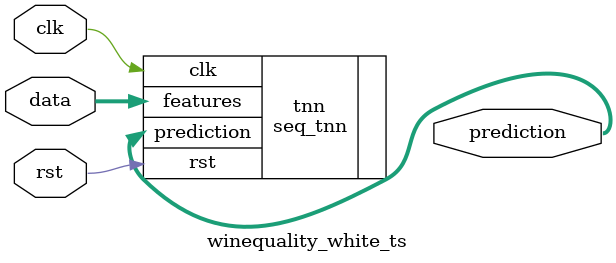
<source format=v>












module winequality_white_ts #(

parameter FEAT_CNT = 11,
parameter HIDDEN_CNT = 40,
parameter FEAT_BITS = 4,
parameter CLASS_CNT = 7,
parameter TEST_CNT = 1000




  ) (
  input clk,
  input rst,
  input [FEAT_CNT*FEAT_BITS-1:0] data,
  output [$clog2(CLASS_CNT)-1:0] prediction
  );

  seq_tnn #(
      .FEAT_CNT(FEAT_CNT),.FEAT_BITS(FEAT_BITS),.HIDDEN_CNT(HIDDEN_CNT),.CLASS_CNT(CLASS_CNT),
  .SPARSE_VALS(440'b00010001000000000100111010000100000100000000001110011010101111111000000011011110011000101001111010100011100000001001001001001010001000101010000001010010101000001100001001010100100000010001001010100000000110000010100011001001000001110110000101000110111100011011000110010000000101011100001001001000101001010000001111000000001000000001010000000111000000000001000001101000000000101000000000010010000110000110100001000000100010110100010100000001),
  .MASK(440'b10011001110000000100111010000101000100011001101110011010111111111100011111111110011001101001111010110011101101001011101001001110011000111011011011110110101101001111101101010110110110010101001010110101001110011011110011011011100001110110110101110111111100111011101110010000001111011111011101101011111011011100011111011001101000001101010101100111000001000001000111101010100110101001010000010110000111000110100101011110101011111110110100000011),
  .NONZERO_CNT(640'h06070806070407070707040806050804090607070707080808050305010906050503060906060307),
  .SPARSE_VALS2(79'b0100000010110010011000100000110000101111111100111011000110111010101011011001010),  // Bits of not-zeroes
  .COL_INDICES(632'h2625232221201e1b1817141211100d0c0605040201211f17100d0b211c1615100c0825211f1817100f0125242119181412092625221f1e1c1817161413100b0a07261c171412100f0b0a0907060401), // Column of non-zeros
  .ROW_PTRS(64'h4f3a342d251d0e00) // Column of non-zeros // Start indices per row
      ) tnn (
    .clk(clk),
    .rst(rst),
    .features(data),
    .prediction(prediction)
  );

endmodule

</source>
